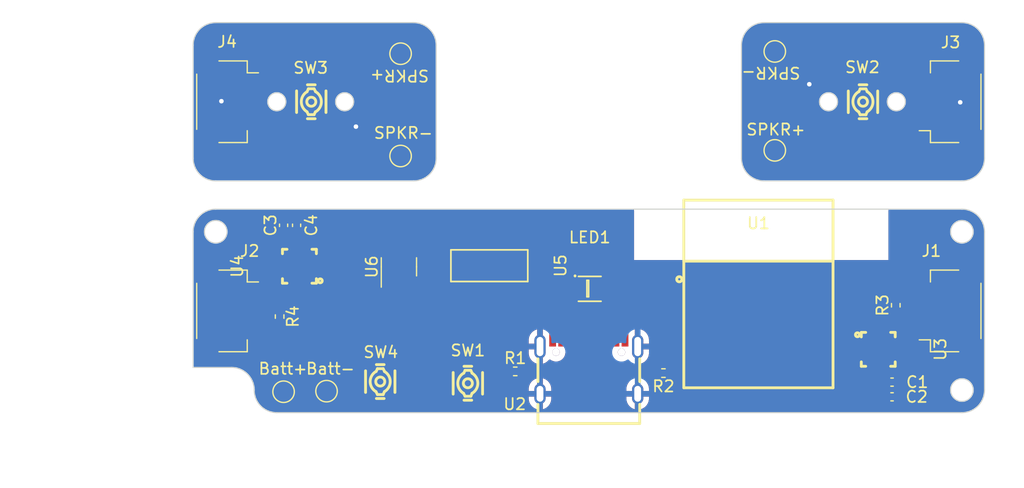
<source format=kicad_pcb>
(kicad_pcb (version 20221018) (generator pcbnew)
  (layers (0 "F.Cu" signal) (31 "B.Cu" signal) (34 "B.Paste" user) (35 "F.Paste" user) (36 "B.SilkS" user "B.Silkscreen") (37 "F.SilkS" user "F.Silkscreen") (38 "B.Mask" user) (39 "F.Mask" user) (44 "Edge.Cuts" user))
  (net 0 "")
  (net 56 "GND")
  (net 57 "VBUS")
  (net 58 "Net-(U2-CC2)")
  (net 59 "/USB_DP")
  (net 60 "/USB_DN")
  (net 61 "Net-(U2-CC1)")
  (net 62 "/SPEAKER_R-")
  (net 63 "/SPEAKER_R+")
  (net 64 "/BTN_1")
  (net 65 "+3.3V")
  (net 66 "/SPEAKER_L-")
  (net 67 "/SPEAKER_L+")
  (net 68 "/BTN_2")
  (net 73 "Net-(J3-Pin_1)")
  (net 74 "Net-(J3-Pin_2)")
  (net 75 "Net-(J3-Pin_4)")
  (net 76 "Net-(J3-Pin_5)")
  (net 77 "Net-(J4-Pin_1)")
  (net 78 "Net-(J4-Pin_2)")
  (net 79 "Net-(J4-Pin_4)")
  (net 80 "Net-(J4-Pin_5)")
  (footprint "TestPoint:TestPoint_Pad_D1.5mm" (layer "F.Cu") (at 139.45 34.8)
    (fp_text reference "TP1" hide)
    (fp_text value "TestPoint")
    (fp_circle (center 0 0) (end 0 0.95) (stroke (width 0.12)) (fill none) (layer "F.SilkS"))
    (pad "1" smd circle (at 0 0) (size 1.5 1.5) (layers "F.Cu" "F.Mask") (net 73 "Net-(J3-Pin_1)"))
  )
  (footprint "TestPoint:TestPoint_Pad_D1.5mm" (layer "F.Cu") (at 106.35 35.3)
    (fp_text reference "TP3" hide)
    (fp_text value "TestPoint")
    (fp_circle (center 0 0) (end 0 0.95) (stroke (width 0.12)) (fill none) (layer "F.SilkS"))
    (pad "1" smd circle (at 0 0) (size 1.5 1.5) (layers "F.Cu" "F.Mask") (net 78 "Net-(J4-Pin_2)"))
  )
  (footprint "Capacitor_SMD:C_0402_1005Metric" (layer "F.Cu") (at 97.15 41.43 90)
    (fp_text reference "C4" (at 0 1.3 90) (layer "F.SilkS"))
    (fp_text value "C")
    (fp_line (start -0.107836 -0.36) (end 0.107836 -0.36) (stroke (width 0.12)) (layer "F.SilkS"))
    (fp_line (start -0.107836 0.36) (end 0.107836 0.36) (stroke (width 0.12)) (layer "F.SilkS"))
    (pad "1" smd roundrect (at -0.48 0 90) (size 0.56 0.62) (layers "F.Cu" "F.Paste" "F.Mask") (net 65 "+3.3V"))
    (pad "2" smd roundrect (at 0.48 0 90) (size 0.56 0.62) (layers "F.Cu" "F.Paste" "F.Mask") (net 56 "GND"))
  )
  (footprint "TestPoint:TestPoint_Pad_D1.5mm" (layer "F.Cu") (at 106.35 26.25)
    (fp_text reference "TP4" hide)
    (fp_text value "TestPoint")
    (fp_circle (center 0 0) (end 0 0.95) (stroke (width 0.12)) (fill none) (layer "F.SilkS"))
    (pad "1" smd circle (at 0 0) (size 1.5 1.5) (layers "F.Cu" "F.Mask") (net 77 "Net-(J4-Pin_1)"))
  )
  (footprint "easyeda2kicad:TQFN-16_L3.0-W3.0-P0.50-BL-EP1.5" (layer "F.Cu") (at 148.6 52.4 -90)
    (fp_text reference "U3" (at 0 -5.5 90) (layer "F.SilkS"))
    (fp_text value "MAX98357AETE+T")
    (fp_line (start -1.5 -1.5) (end -1.5 -1.1) (stroke (width 0.25)) (layer "F.SilkS"))
    (fp_line (start -1.5 -1.5) (end -1.1 -1.5) (stroke (width 0.25)) (layer "F.SilkS"))
    (fp_line (start -1.5 1.11) (end -1.5 1.5) (stroke (width 0.25)) (layer "F.SilkS"))
    (fp_line (start -1.5 1.5) (end -1.1 1.5) (stroke (width 0.25)) (layer "F.SilkS"))
    (fp_line (start 1.11 -1.5) (end 1.5 -1.5) (stroke (width 0.25)) (layer "F.SilkS"))
    (fp_line (start 1.11 1.5) (end 1.5 1.5) (stroke (width 0.25)) (layer "F.SilkS"))
    (fp_line (start 1.5 -1.1) (end 1.5 -1.5) (stroke (width 0.25)) (layer "F.SilkS"))
    (fp_line (start 1.5 1.5) (end 1.5 1.11) (stroke (width 0.25)) (layer "F.SilkS"))
    (fp_circle (center -1.29 1.84) (end -1.24 1.84) (stroke (width 0.25)) (fill none) (layer "F.SilkS"))
    (pad "1" smd rect (at -0.75 1.5 90) (size 0.25 0.6) (layers "F.Cu" "F.Paste" "F.Mask"))
    (pad "2" smd rect (at -0.25 1.5 90) (size 0.25 0.6) (layers "F.Cu" "F.Paste" "F.Mask"))
    (pad "3" smd rect (at 0.25 1.5 90) (size 0.25 0.6) (layers "F.Cu" "F.Paste" "F.Mask") (net 56 "GND"))
    (pad "4" smd rect (at 0.75 1.5 90) (size 0.25 0.6) (layers "F.Cu" "F.Paste" "F.Mask"))
    (pad "5" smd rect (at 1.5 0.75 180) (size 0.25 0.6) (layers "F.Cu" "F.Paste" "F.Mask"))
    (pad "6" smd rect (at 1.5 0.25 180) (size 0.25 0.6) (layers "F.Cu" "F.Paste" "F.Mask"))
    (pad "7" smd rect (at 1.5 -0.25 180) (size 0.25 0.6) (layers "F.Cu" "F.Paste" "F.Mask") (net 65 "+3.3V"))
    (pad "8" smd rect (at 1.5 -0.75 180) (size 0.25 0.6) (layers "F.Cu" "F.Paste" "F.Mask") (net 65 "+3.3V"))
    (pad "9" smd rect (at 0.75 -1.5 270) (size 0.25 0.6) (layers "F.Cu" "F.Paste" "F.Mask") (net 63 "/SPEAKER_R+"))
    (pad "10" smd rect (at 0.25 -1.5 270) (size 0.25 0.6) (layers "F.Cu" "F.Paste" "F.Mask") (net 62 "/SPEAKER_R-"))
    (pad "11" smd rect (at -0.25 -1.5 270) (size 0.25 0.6) (layers "F.Cu" "F.Paste" "F.Mask"))
    (pad "12" smd rect (at -0.75 -1.5 270) (size 0.25 0.6) (layers "F.Cu" "F.Paste" "F.Mask"))
    (pad "13" smd rect (at -1.5 -0.75) (size 0.25 0.6) (layers "F.Cu" "F.Paste" "F.Mask"))
    (pad "14" smd rect (at -1.5 -0.25) (size 0.25 0.6) (layers "F.Cu" "F.Paste" "F.Mask"))
    (pad "15" smd rect (at -1.5 0.25) (size 0.25 0.6) (layers "F.Cu" "F.Paste" "F.Mask") (net 56 "GND"))
    (pad "16" smd rect (at -1.5 0.75) (size 0.25 0.6) (layers "F.Cu" "F.Paste" "F.Mask"))
    (pad "17" smd rect (at 0 0) (size 1.5 1.5) (layers "F.Cu" "F.Paste" "F.Mask") (net 56 "GND"))
  )
  (footprint "Capacitor_SMD:C_0402_1005Metric" (layer "F.Cu") (at 96 41.43 90)
    (fp_text reference "C3" (at 0 -1.16 90) (layer "F.SilkS"))
    (fp_text value "C")
    (fp_line (start -0.107836 -0.36) (end 0.107836 -0.36) (stroke (width 0.12)) (layer "F.SilkS"))
    (fp_line (start -0.107836 0.36) (end 0.107836 0.36) (stroke (width 0.12)) (layer "F.SilkS"))
    (pad "1" smd roundrect (at -0.48 0 90) (size 0.56 0.62) (layers "F.Cu" "F.Paste" "F.Mask") (net 65 "+3.3V"))
    (pad "2" smd roundrect (at 0.48 0 90) (size 0.56 0.62) (layers "F.Cu" "F.Paste" "F.Mask") (net 56 "GND"))
  )
  (footprint "easyeda2kicad:SW-SMD_4P-L3.0-W2.6-P1.80-LS3.4-TL" (layer "F.Cu") (at 147.25 30.5 90)
    (fp_text reference "SW2" (at 3.05 -0.05 180) (layer "F.SilkS"))
    (fp_text value "GT-TC025D-H0065-L1")
    (fp_line (start -1.5 -0.34) (end -1.5 0.34) (stroke (width 0.25)) (layer "F.SilkS"))
    (fp_line (start -1.15 -0.25) (end -1.15 0.26) (stroke (width 0.25)) (layer "F.SilkS"))
    (fp_line (start -1.15 0.26) (end -0.89 0.37) (stroke (width 0.25)) (layer "F.SilkS"))
    (fp_line (start -0.89 -0.38) (end -1.15 -0.25) (stroke (width 0.25)) (layer "F.SilkS"))
    (fp_line (start 0.89 0.38) (end 1.14 0.26) (stroke (width 0.25)) (layer "F.SilkS"))
    (fp_line (start 0.95 -1.3) (end -0.96 -1.3) (stroke (width 0.25)) (layer "F.SilkS"))
    (fp_line (start 0.95 1.3) (end -0.96 1.3) (stroke (width 0.25)) (layer "F.SilkS"))
    (fp_line (start 1.14 -0.25) (end 0.89 -0.36) (stroke (width 0.25)) (layer "F.SilkS"))
    (fp_line (start 1.14 0.26) (end 1.14 -0.25) (stroke (width 0.25)) (layer "F.SilkS"))
    (fp_line (start 1.5 0.34) (end 1.5 -0.34) (stroke (width 0.25)) (layer "F.SilkS"))
    (fp_arc (start -0.891384 -0.377623) (mid -0.001375 -0.890775) (end 0.89 -0.38) (stroke (width 0.25)) (layer "F.SilkS"))
    (fp_arc (start 0.891384 0.367623) (mid 0.001375 0.880775) (end -0.89 0.37) (stroke (width 0.25)) (layer "F.SilkS"))
    (fp_circle (center 0 0) (end 0.4 0) (stroke (width 0.25)) (fill none) (layer "F.SilkS"))
    (pad "1" smd rect (at -1.5 -0.9 90) (size 0.8 0.65) (layers "F.Cu" "F.Paste" "F.Mask") (net 75 "Net-(J3-Pin_4)"))
    (pad "2" smd rect (at 1.5 -0.9 90) (size 0.8 0.65) (layers "F.Cu" "F.Paste" "F.Mask") (net 76 "Net-(J3-Pin_5)"))
    (pad "3" smd rect (at 1.5 0.9 90) (size 0.8 0.65) (layers "F.Cu" "F.Paste" "F.Mask") (net 76 "Net-(J3-Pin_5)"))
    (pad "4" smd rect (at -1.5 0.9 90) (size 0.8 0.65) (layers "F.Cu" "F.Paste" "F.Mask") (net 75 "Net-(J3-Pin_4)"))
  )
  (footprint "easyeda2kicad:LED-SMD_4P-L2.0-W2.0-TL_WS2812B-2020" (layer "F.Cu") (at 123.08 47.05)
    (fp_text reference "LED1" (at 0 -4.55) (layer "F.SilkS"))
    (fp_text value "WS2812B-2020")
    (fp_line (start -1.3 -1.15) (end -1.3 -1.14) (stroke (width 0.25)) (layer "F.SilkS"))
    (fp_line (start -1 1.1) (end 1 1.1) (stroke (width 0.15)) (layer "F.SilkS"))
    (fp_line (start -0.25 -0.75) (end -0.25 0.7) (stroke (width 0.15)) (layer "F.SilkS"))
    (fp_line (start -0.25 -0.75) (end -0.1 -0.75) (stroke (width 0.15)) (layer "F.SilkS"))
    (fp_line (start -0.1 -0.75) (end -0.1 0.65) (stroke (width 0.15)) (layer "F.SilkS"))
    (fp_line (start -0.1 0.65) (end -0.1 0.7) (stroke (width 0.15)) (layer "F.SilkS"))
    (fp_line (start -0.1 0.7) (end -0.25 0.7) (stroke (width 0.15)) (layer "F.SilkS"))
    (fp_line (start 1 -1.1) (end -1 -1.1) (stroke (width 0.15)) (layer "F.SilkS"))
    (pad "1" smd rect (at -0.92 -0.55) (size 0.9 0.7) (layers "F.Cu" "F.Paste" "F.Mask"))
    (pad "2" smd rect (at -0.92 0.55) (size 0.9 0.7) (layers "F.Cu" "F.Paste" "F.Mask"))
    (pad "3" smd rect (at 0.92 0.55) (size 0.9 0.7) (layers "F.Cu" "F.Paste" "F.Mask"))
    (pad "4" smd rect (at 0.92 -0.55) (size 0.9 0.7) (layers "F.Cu" "F.Paste" "F.Mask"))
  )
  (footprint "easyeda2kicad:SW-SMD_4P-L3.0-W2.6-P1.80-LS3.4-TL" (layer "F.Cu") (at 98.45 30.5 -90)
    (fp_text reference "SW3" (at -3 0.05 -180) (layer "F.SilkS"))
    (fp_text value "GT-TC025D-H0065-L1")
    (fp_line (start -1.5 -0.34) (end -1.5 0.34) (stroke (width 0.25)) (layer "F.SilkS"))
    (fp_line (start -1.15 -0.25) (end -1.15 0.26) (stroke (width 0.25)) (layer "F.SilkS"))
    (fp_line (start -1.15 0.26) (end -0.89 0.37) (stroke (width 0.25)) (layer "F.SilkS"))
    (fp_line (start -0.89 -0.38) (end -1.15 -0.25) (stroke (width 0.25)) (layer "F.SilkS"))
    (fp_line (start 0.89 0.38) (end 1.14 0.26) (stroke (width 0.25)) (layer "F.SilkS"))
    (fp_line (start 0.95 -1.3) (end -0.96 -1.3) (stroke (width 0.25)) (layer "F.SilkS"))
    (fp_line (start 0.95 1.3) (end -0.96 1.3) (stroke (width 0.25)) (layer "F.SilkS"))
    (fp_line (start 1.14 -0.25) (end 0.89 -0.36) (stroke (width 0.25)) (layer "F.SilkS"))
    (fp_line (start 1.14 0.26) (end 1.14 -0.25) (stroke (width 0.25)) (layer "F.SilkS"))
    (fp_line (start 1.5 0.34) (end 1.5 -0.34) (stroke (width 0.25)) (layer "F.SilkS"))
    (fp_arc (start -0.891384 -0.377623) (mid -0.001375 -0.890775) (end 0.89 -0.38) (stroke (width 0.25)) (layer "F.SilkS"))
    (fp_arc (start 0.891384 0.367623) (mid 0.001375 0.880775) (end -0.89 0.37) (stroke (width 0.25)) (layer "F.SilkS"))
    (fp_circle (center 0 0) (end 0.4 0) (stroke (width 0.25)) (fill none) (layer "F.SilkS"))
    (pad "1" smd rect (at -1.5 -0.9 270) (size 0.8 0.65) (layers "F.Cu" "F.Paste" "F.Mask") (net 79 "Net-(J4-Pin_4)"))
    (pad "2" smd rect (at 1.5 -0.9 270) (size 0.8 0.65) (layers "F.Cu" "F.Paste" "F.Mask") (net 80 "Net-(J4-Pin_5)"))
    (pad "3" smd rect (at 1.5 0.9 270) (size 0.8 0.65) (layers "F.Cu" "F.Paste" "F.Mask") (net 80 "Net-(J4-Pin_5)"))
    (pad "4" smd rect (at -1.5 0.9 270) (size 0.8 0.65) (layers "F.Cu" "F.Paste" "F.Mask") (net 79 "Net-(J4-Pin_4)"))
  )
  (footprint "TestPoint:TestPoint_Pad_D1.5mm" (layer "F.Cu") (at 139.45 26.05)
    (fp_text reference "TP2" hide)
    (fp_text value "TestPoint")
    (fp_circle (center 0 0) (end 0 0.95) (stroke (width 0.12)) (fill none) (layer "F.SilkS"))
    (pad "1" smd circle (at 0 0) (size 1.5 1.5) (layers "F.Cu" "F.Mask") (net 74 "Net-(J3-Pin_2)"))
  )
  (footprint "Resistor_SMD:R_0402_1005Metric" (layer "F.Cu") (at 116.49 54.35)
    (fp_text reference "R1" (at 0 -1.17) (layer "F.SilkS"))
    (fp_text value "5.1K")
    (fp_line (start -0.153641 -0.38) (end 0.153641 -0.38) (stroke (width 0.12)) (layer "F.SilkS"))
    (fp_line (start -0.153641 0.38) (end 0.153641 0.38) (stroke (width 0.12)) (layer "F.SilkS"))
    (pad "1" smd roundrect (at -0.51 0) (size 0.54 0.64) (layers "F.Cu" "F.Paste" "F.Mask") (net 56 "GND"))
    (pad "2" smd roundrect (at 0.51 0) (size 0.54 0.64) (layers "F.Cu" "F.Paste" "F.Mask") (net 61 "Net-(U2-CC1)"))
  )
  (footprint "Connector_JST:JST_SH_SM05B-SRSS-TB_1x05-1MP_P1.00mm_Horizontal" (layer "F.Cu") (at 91 49 -90)
    (fp_text reference "J2" (at -5.3 -2 -180) (layer "F.SilkS"))
    (fp_text value "Conn_01x05_Pin")
    (fp_line (start -3.61 -1.785) (end -2.56 -1.785) (stroke (width 0.12)) (layer "F.SilkS"))
    (fp_line (start -3.61 0.715) (end -3.61 -1.785) (stroke (width 0.12)) (layer "F.SilkS"))
    (fp_line (start -2.56 -1.785) (end -2.56 -2.775) (stroke (width 0.12)) (layer "F.SilkS"))
    (fp_line (start -2.44 2.685) (end 2.44 2.685) (stroke (width 0.12)) (layer "F.SilkS"))
    (fp_line (start 3.61 -1.785) (end 2.56 -1.785) (stroke (width 0.12)) (layer "F.SilkS"))
    (fp_line (start 3.61 0.715) (end 3.61 -1.785) (stroke (width 0.12)) (layer "F.SilkS"))
    (pad "1" smd roundrect (at -2 -2 270) (size 0.6 1.55) (layers "F.Cu" "F.Paste" "F.Mask") (net 67 "/SPEAKER_L+"))
    (pad "2" smd roundrect (at -1 -2 270) (size 0.6 1.55) (layers "F.Cu" "F.Paste" "F.Mask") (net 66 "/SPEAKER_L-"))
    (pad "3" smd roundrect (at 0 -2 270) (size 0.6 1.55) (layers "F.Cu" "F.Paste" "F.Mask") (net 56 "GND"))
    (pad "4" smd roundrect (at 1 -2 270) (size 0.6 1.55) (layers "F.Cu" "F.Paste" "F.Mask") (net 68 "/BTN_2"))
    (pad "5" smd roundrect (at 2 -2 270) (size 0.6 1.55) (layers "F.Cu" "F.Paste" "F.Mask") (net 65 "+3.3V"))
    (pad "MP" smd roundrect (at -3.3 1.875 270) (size 1.2 1.8) (layers "F.Cu" "F.Paste" "F.Mask") (roundrect_rratio 0.208333))
    (pad "MP" smd roundrect (at 3.3 1.875 270) (size 1.2 1.8) (layers "F.Cu" "F.Paste" "F.Mask") (roundrect_rratio 0.208333))
  )
  (footprint "Resistor_SMD:R_0402_1005Metric" (layer "F.Cu") (at 150.15 48.5 90)
    (fp_text reference "R3" (at 0 -1.17 90) (layer "F.SilkS"))
    (fp_text value "10K")
    (fp_line (start -0.153641 -0.38) (end 0.153641 -0.38) (stroke (width 0.12)) (layer "F.SilkS"))
    (fp_line (start -0.153641 0.38) (end 0.153641 0.38) (stroke (width 0.12)) (layer "F.SilkS"))
    (pad "1" smd roundrect (at -0.51 0 90) (size 0.54 0.64) (layers "F.Cu" "F.Paste" "F.Mask") (net 56 "GND"))
    (pad "2" smd roundrect (at 0.51 0 90) (size 0.54 0.64) (layers "F.Cu" "F.Paste" "F.Mask") (net 64 "/BTN_1"))
  )
  (footprint "easyeda2kicad:SW-SMD_4P-L3.0-W2.6-P1.80-LS3.4-TL" (layer "F.Cu") (at 104.55 55.25 90)
    (fp_text reference "SW4" (at 2.6 0.05 180) (layer "F.SilkS"))
    (fp_text value "GT-TC025D-H0065-L1")
    (fp_line (start -1.5 -0.34) (end -1.5 0.34) (stroke (width 0.25)) (layer "F.SilkS"))
    (fp_line (start -1.15 -0.25) (end -1.15 0.26) (stroke (width 0.25)) (layer "F.SilkS"))
    (fp_line (start -1.15 0.26) (end -0.89 0.37) (stroke (width 0.25)) (layer "F.SilkS"))
    (fp_line (start -0.89 -0.38) (end -1.15 -0.25) (stroke (width 0.25)) (layer "F.SilkS"))
    (fp_line (start 0.89 0.38) (end 1.14 0.26) (stroke (width 0.25)) (layer "F.SilkS"))
    (fp_line (start 0.95 -1.3) (end -0.96 -1.3) (stroke (width 0.25)) (layer "F.SilkS"))
    (fp_line (start 0.95 1.3) (end -0.96 1.3) (stroke (width 0.25)) (layer "F.SilkS"))
    (fp_line (start 1.14 -0.25) (end 0.89 -0.36) (stroke (width 0.25)) (layer "F.SilkS"))
    (fp_line (start 1.14 0.26) (end 1.14 -0.25) (stroke (width 0.25)) (layer "F.SilkS"))
    (fp_line (start 1.5 0.34) (end 1.5 -0.34) (stroke (width 0.25)) (layer "F.SilkS"))
    (fp_arc (start -0.891384 -0.377623) (mid -0.001375 -0.890775) (end 0.89 -0.38) (stroke (width 0.25)) (layer "F.SilkS"))
    (fp_arc (start 0.891384 0.367623) (mid 0.001375 0.880775) (end -0.89 0.37) (stroke (width 0.25)) (layer "F.SilkS"))
    (fp_circle (center 0 0) (end 0.4 0) (stroke (width 0.25)) (fill none) (layer "F.SilkS"))
    (pad "1" smd rect (at -1.5 -0.9 90) (size 0.8 0.65) (layers "F.Cu" "F.Paste" "F.Mask"))
    (pad "2" smd rect (at 1.5 -0.9 90) (size 0.8 0.65) (layers "F.Cu" "F.Paste" "F.Mask"))
    (pad "3" smd rect (at 1.5 0.9 90) (size 0.8 0.65) (layers "F.Cu" "F.Paste" "F.Mask"))
    (pad "4" smd rect (at -1.5 0.9 90) (size 0.8 0.65) (layers "F.Cu" "F.Paste" "F.Mask"))
  )
  (footprint "Resistor_SMD:R_0402_1005Metric" (layer "F.Cu") (at 95.65 49.5 -90)
    (fp_text reference "R4" (at 0 -1.17 90) (layer "F.SilkS"))
    (fp_text value "10K")
    (fp_line (start -0.153641 -0.38) (end 0.153641 -0.38) (stroke (width 0.12)) (layer "F.SilkS"))
    (fp_line (start -0.153641 0.38) (end 0.153641 0.38) (stroke (width 0.12)) (layer "F.SilkS"))
    (pad "1" smd roundrect (at -0.51 0 270) (size 0.54 0.64) (layers "F.Cu" "F.Paste" "F.Mask") (net 56 "GND"))
    (pad "2" smd roundrect (at 0.51 0 270) (size 0.54 0.64) (layers "F.Cu" "F.Paste" "F.Mask") (net 68 "/BTN_2"))
  )
  (footprint "easyeda2kicad:USB-C-SMD_G-SWITCH_GT-USB-7010ASV" (layer "F.Cu") (at 123 53.9325)
    (fp_text reference "U2" (at -6.55 3.3175) (layer "F.SilkS"))
    (fp_text value "GT-USB-7010ASV")
    (fp_line (start -4.5 1.32) (end -4.5 -0.69) (stroke (width 0.25)) (layer "F.SilkS"))
    (fp_line (start -4.5 5.03) (end -4.5 3.34) (stroke (width 0.25)) (layer "F.SilkS"))
    (fp_line (start 4.5 1.32) (end 4.5 -0.69) (stroke (width 0.25)) (layer "F.SilkS"))
    (fp_line (start 4.5 5.03) (end -4.5 5.03) (stroke (width 0.25)) (layer "F.SilkS"))
    (fp_line (start 4.5 5.03) (end 4.5 3.34) (stroke (width 0.25)) (layer "F.SilkS"))
    (pad "" thru_hole circle (at -2.9 -1.28) (size 0.65 0.65) (drill 0.65) (layers "*.Cu" "*.Mask"))
    (pad "" thru_hole circle (at 2.89 -1.28) (size 0.65 0.65) (drill 0.65) (layers "*.Cu" "*.Mask"))
    (pad "1" thru_hole oval (at -4.32 -1.78) (size 1 2.1) (drill oval 0.599999 1.699997) (layers "*.Cu" "*.Mask") (net 56 "GND"))
    (pad "2" thru_hole oval (at 4.32 -1.78) (size 1 2.1) (drill oval 0.599999 1.699997) (layers "*.Cu" "*.Mask") (net 56 "GND"))
    (pad "3" thru_hole oval (at 4.32 2.4) (size 1 1.8) (drill oval 0.599999 1.399997) (layers "*.Cu" "*.Mask") (net 56 "GND"))
    (pad "4" thru_hole oval (at -4.32 2.4) (size 1 1.8) (drill oval 0.599999 1.399997) (layers "*.Cu" "*.Mask") (net 56 "GND"))
    (pad "A1B12" smd rect (at -3.2 -2.4) (size 0.6 1.24) (layers "F.Cu" "F.Paste" "F.Mask") (net 56 "GND"))
    (pad "A4B9" smd rect (at -2.4 -2.4) (size 0.6 1.24) (layers "F.Cu" "F.Paste" "F.Mask") (net 57 "VBUS"))
    (pad "A5" smd rect (at -1.25 -2.4) (size 0.3 1.24) (layers "F.Cu" "F.Paste" "F.Mask") (net 61 "Net-(U2-CC1)"))
    (pad "A6" smd rect (at -0.25 -2.4) (size 0.3 1.24) (layers "F.Cu" "F.Paste" "F.Mask") (net 59 "/USB_DP"))
    (pad "A7" smd rect (at 0.25 -2.4) (size 0.3 1.24) (layers "F.Cu" "F.Paste" "F.Mask") (net 60 "/USB_DN"))
    (pad "A8" smd rect (at 1.25 -2.4) (size 0.3 1.24) (layers "F.Cu" "F.Paste" "F.Mask"))
    (pad "B1A12" smd rect (at 3.2 -2.4) (size 0.6 1.24) (layers "F.Cu" "F.Paste" "F.Mask") (net 56 "GND"))
    (pad "B4A9" smd rect (at 2.4 -2.4) (size 0.6 1.24) (layers "F.Cu" "F.Paste" "F.Mask") (net 57 "VBUS"))
    (pad "B5" smd rect (at 1.75 -2.4) (size 0.3 1.24) (layers "F.Cu" "F.Paste" "F.Mask") (net 58 "Net-(U2-CC2)"))
    (pad "B6" smd rect (at 0.75 -2.4) (size 0.3 1.24) (layers "F.Cu" "F.Paste" "F.Mask") (net 59 "/USB_DP"))
    (pad "B7" smd rect (at -0.75 -2.4) (size 0.3 1.24) (layers "F.Cu" "F.Paste" "F.Mask") (net 60 "/USB_DN"))
    (pad "B8" smd rect (at -1.75 -2.4) (size 0.3 1.24) (layers "F.Cu" "F.Paste" "F.Mask"))
  )
  (footprint "Connector_JST:JST_SH_SM05B-SRSS-TB_1x05-1MP_P1.00mm_Horizontal" (layer "F.Cu") (at 155 49 90)
    (fp_text reference "J1" (at 5.3 -1.7 180) (layer "F.SilkS"))
    (fp_text value "Conn_01x05_Pin")
    (fp_line (start -3.61 -1.785) (end -2.56 -1.785) (stroke (width 0.12)) (layer "F.SilkS"))
    (fp_line (start -3.61 0.715) (end -3.61 -1.785) (stroke (width 0.12)) (layer "F.SilkS"))
    (fp_line (start -2.56 -1.785) (end -2.56 -2.775) (stroke (width 0.12)) (layer "F.SilkS"))
    (fp_line (start -2.44 2.685) (end 2.44 2.685) (stroke (width 0.12)) (layer "F.SilkS"))
    (fp_line (start 3.61 -1.785) (end 2.56 -1.785) (stroke (width 0.12)) (layer "F.SilkS"))
    (fp_line (start 3.61 0.715) (end 3.61 -1.785) (stroke (width 0.12)) (layer "F.SilkS"))
    (pad "1" smd roundrect (at -2 -2 90) (size 0.6 1.55) (layers "F.Cu" "F.Paste" "F.Mask") (net 63 "/SPEAKER_R+"))
    (pad "2" smd roundrect (at -1 -2 90) (size 0.6 1.55) (layers "F.Cu" "F.Paste" "F.Mask") (net 62 "/SPEAKER_R-"))
    (pad "3" smd roundrect (at 0 -2 90) (size 0.6 1.55) (layers "F.Cu" "F.Paste" "F.Mask") (net 56 "GND"))
    (pad "4" smd roundrect (at 1 -2 90) (size 0.6 1.55) (layers "F.Cu" "F.Paste" "F.Mask") (net 64 "/BTN_1"))
    (pad "5" smd roundrect (at 2 -2 90) (size 0.6 1.55) (layers "F.Cu" "F.Paste" "F.Mask") (net 65 "+3.3V"))
    (pad "MP" smd roundrect (at -3.3 1.875 90) (size 1.2 1.8) (layers "F.Cu" "F.Paste" "F.Mask") (roundrect_rratio 0.208333))
    (pad "MP" smd roundrect (at 3.3 1.875 90) (size 1.2 1.8) (layers "F.Cu" "F.Paste" "F.Mask") (roundrect_rratio 0.208333))
  )
  (footprint "TestPoint:TestPoint_Pad_D1.5mm" (layer "F.Cu") (at 99.8 56.1)
    (fp_text reference "TP5" hide)
    (fp_text value "TestPoint")
    (fp_circle (center 0 0) (end 0 0.95) (stroke (width 0.12)) (fill none) (layer "F.SilkS"))
    (pad "1" smd circle (at 0 0) (size 1.5 1.5) (layers "F.Cu" "F.Mask"))
  )
  (footprint "easyeda2kicad:SOT-223_L6.5-W3.5-P2.30-LS7.0-BR" (layer "F.Cu") (at 114.2 45 -90)
    (fp_text reference "U5" (at 0 -6.3 90) (layer "F.SilkS"))
    (fp_text value "LD1117AG-30-AA3-A-R")
    (fp_line (start -1.4 -3.4) (end 1.4 -3.4) (stroke (width 0.15)) (layer "F.SilkS"))
    (fp_line (start -1.4 3.4) (end -1.4 -3.4) (stroke (width 0.15)) (layer "F.SilkS"))
    (fp_line (start 1.4 -3.4) (end 1.4 3.4) (stroke (width 0.15)) (layer "F.SilkS"))
    (fp_line (start 1.4 3.4) (end -1.4 3.4) (stroke (width 0.15)) (layer "F.SilkS"))
    (pad "1" smd rect (at 2.86 2.3 270) (size 2.46 1.05) (layers "F.Cu" "F.Paste" "F.Mask"))
    (pad "2" smd rect (at 2.86 0 270) (size 2.46 1.05) (layers "F.Cu" "F.Paste" "F.Mask"))
    (pad "3" smd rect (at 2.86 -2.3 270) (size 2.46 1.05) (layers "F.Cu" "F.Paste" "F.Mask"))
    (pad "4" smd rect (at -2.86 0 270) (size 2.46 3.54) (layers "F.Cu" "F.Paste" "F.Mask"))
  )
  (footprint "Resistor_SMD:R_0402_1005Metric" (layer "F.Cu") (at 129.6 54.5 180)
    (fp_text reference "R2" (at 0 -1.17) (layer "F.SilkS"))
    (fp_text value "5.1K")
    (fp_line (start -0.153641 -0.38) (end 0.153641 -0.38) (stroke (width 0.12)) (layer "F.SilkS"))
    (fp_line (start -0.153641 0.38) (end 0.153641 0.38) (stroke (width 0.12)) (layer "F.SilkS"))
    (pad "1" smd roundrect (at -0.51 0 180) (size 0.54 0.64) (layers "F.Cu" "F.Paste" "F.Mask") (net 56 "GND"))
    (pad "2" smd roundrect (at 0.51 0 180) (size 0.54 0.64) (layers "F.Cu" "F.Paste" "F.Mask") (net 58 "Net-(U2-CC2)"))
  )
  (footprint "easyeda2kicad:SW-SMD_4P-L3.0-W2.6-P1.80-LS3.4-TL" (layer "F.Cu") (at 112.3 55.4 90)
    (fp_text reference "SW1" (at 2.9 0 180) (layer "F.SilkS"))
    (fp_text value "GT-TC025D-H0065-L1")
    (fp_line (start -1.5 -0.34) (end -1.5 0.34) (stroke (width 0.25)) (layer "F.SilkS"))
    (fp_line (start -1.15 -0.25) (end -1.15 0.26) (stroke (width 0.25)) (layer "F.SilkS"))
    (fp_line (start -1.15 0.26) (end -0.89 0.37) (stroke (width 0.25)) (layer "F.SilkS"))
    (fp_line (start -0.89 -0.38) (end -1.15 -0.25) (stroke (width 0.25)) (layer "F.SilkS"))
    (fp_line (start 0.89 0.38) (end 1.14 0.26) (stroke (width 0.25)) (layer "F.SilkS"))
    (fp_line (start 0.95 -1.3) (end -0.96 -1.3) (stroke (width 0.25)) (layer "F.SilkS"))
    (fp_line (start 0.95 1.3) (end -0.96 1.3) (stroke (width 0.25)) (layer "F.SilkS"))
    (fp_line (start 1.14 -0.25) (end 0.89 -0.36) (stroke (width 0.25)) (layer "F.SilkS"))
    (fp_line (start 1.14 0.26) (end 1.14 -0.25) (stroke (width 0.25)) (layer "F.SilkS"))
    (fp_line (start 1.5 0.34) (end 1.5 -0.34) (stroke (width 0.25)) (layer "F.SilkS"))
    (fp_arc (start -0.891384 -0.377623) (mid -0.001375 -0.890775) (end 0.89 -0.38) (stroke (width 0.25)) (layer "F.SilkS"))
    (fp_arc (start 0.891384 0.367623) (mid 0.001375 0.880775) (end -0.89 0.37) (stroke (width 0.25)) (layer "F.SilkS"))
    (fp_circle (center 0 0) (end 0.4 0) (stroke (width 0.25)) (fill none) (layer "F.SilkS"))
    (pad "1" smd rect (at -1.5 -0.9 90) (size 0.8 0.65) (layers "F.Cu" "F.Paste" "F.Mask"))
    (pad "2" smd rect (at 1.5 -0.9 90) (size 0.8 0.65) (layers "F.Cu" "F.Paste" "F.Mask"))
    (pad "3" smd rect (at 1.5 0.9 90) (size 0.8 0.65) (layers "F.Cu" "F.Paste" "F.Mask"))
    (pad "4" smd rect (at -1.5 0.9 90) (size 0.8 0.65) (layers "F.Cu" "F.Paste" "F.Mask"))
  )
  (footprint "Capacitor_SMD:C_0402_1005Metric" (layer "F.Cu") (at 149.82 55.3)
    (fp_text reference "C1" (at 2.23 0) (layer "F.SilkS"))
    (fp_text value "C")
    (fp_line (start -0.107836 -0.36) (end 0.107836 -0.36) (stroke (width 0.12)) (layer "F.SilkS"))
    (fp_line (start -0.107836 0.36) (end 0.107836 0.36) (stroke (width 0.12)) (layer "F.SilkS"))
    (pad "1" smd roundrect (at -0.48 0) (size 0.56 0.62) (layers "F.Cu" "F.Paste" "F.Mask") (net 65 "+3.3V"))
    (pad "2" smd roundrect (at 0.48 0) (size 0.56 0.62) (layers "F.Cu" "F.Paste" "F.Mask") (net 56 "GND"))
  )
  (footprint "Package_TO_SOT_SMD:SOT-23-5" (layer "F.Cu") (at 106.2 45.1 90)
    (fp_text reference "U6" (at 0 -2.4 90) (layer "F.SilkS"))
    (fp_text value "MCP73811T-420I-OT")
    (fp_line (start 0 -1.56) (end -1.8 -1.56) (stroke (width 0.12)) (layer "F.SilkS"))
    (fp_line (start 0 -1.56) (end 0.8 -1.56) (stroke (width 0.12)) (layer "F.SilkS"))
    (fp_line (start 0 1.56) (end -0.8 1.56) (stroke (width 0.12)) (layer "F.SilkS"))
    (fp_line (start 0 1.56) (end 0.8 1.56) (stroke (width 0.12)) (layer "F.SilkS"))
    (pad "1" smd roundrect (at -1.1375 -0.95 90) (size 1.325 0.6) (layers "F.Cu" "F.Paste" "F.Mask"))
    (pad "2" smd roundrect (at -1.1375 0 90) (size 1.325 0.6) (layers "F.Cu" "F.Paste" "F.Mask"))
    (pad "3" smd roundrect (at -1.1375 0.95 90) (size 1.325 0.6) (layers "F.Cu" "F.Paste" "F.Mask"))
    (pad "4" smd roundrect (at 1.1375 0.95 90) (size 1.325 0.6) (layers "F.Cu" "F.Paste" "F.Mask"))
    (pad "5" smd roundrect (at 1.1375 -0.95 90) (size 1.325 0.6) (layers "F.Cu" "F.Paste" "F.Mask"))
  )
  (footprint "Connector_JST:JST_SH_SM05B-SRSS-TB_1x05-1MP_P1.00mm_Horizontal" (layer "F.Cu") (at 91 30.5 -90)
    (fp_text reference "J4" (at -5.3 0) (layer "F.SilkS"))
    (fp_text value "Conn_01x05_Pin")
    (fp_line (start -3.61 -1.785) (end -2.56 -1.785) (stroke (width 0.12)) (layer "F.SilkS"))
    (fp_line (start -3.61 0.715) (end -3.61 -1.785) (stroke (width 0.12)) (layer "F.SilkS"))
    (fp_line (start -2.56 -1.785) (end -2.56 -2.775) (stroke (width 0.12)) (layer "F.SilkS"))
    (fp_line (start -2.44 2.685) (end 2.44 2.685) (stroke (width 0.12)) (layer "F.SilkS"))
    (fp_line (start 3.61 -1.785) (end 2.56 -1.785) (stroke (width 0.12)) (layer "F.SilkS"))
    (fp_line (start 3.61 0.715) (end 3.61 -1.785) (stroke (width 0.12)) (layer "F.SilkS"))
    (pad "1" smd roundrect (at -2 -2 270) (size 0.6 1.55) (layers "F.Cu" "F.Paste" "F.Mask") (net 77 "Net-(J4-Pin_1)"))
    (pad "2" smd roundrect (at -1 -2 270) (size 0.6 1.55) (layers "F.Cu" "F.Paste" "F.Mask") (net 78 "Net-(J4-Pin_2)"))
    (pad "3" smd roundrect (at 0 -2 270) (size 0.6 1.55) (layers "F.Cu" "F.Paste" "F.Mask") (net 56 "GND"))
    (pad "4" smd roundrect (at 1 -2 270) (size 0.6 1.55) (layers "F.Cu" "F.Paste" "F.Mask") (net 79 "Net-(J4-Pin_4)"))
    (pad "5" smd roundrect (at 2 -2 270) (size 0.6 1.55) (layers "F.Cu" "F.Paste" "F.Mask") (net 80 "Net-(J4-Pin_5)"))
    (pad "MP" smd roundrect (at -3.3 1.875 270) (size 1.2 1.8) (layers "F.Cu" "F.Paste" "F.Mask") (roundrect_rratio 0.208333))
    (pad "MP" smd roundrect (at 3.3 1.875 270) (size 1.2 1.8) (layers "F.Cu" "F.Paste" "F.Mask") (roundrect_rratio 0.208333))
  )
  (footprint "Connector_JST:JST_SH_SM05B-SRSS-TB_1x05-1MP_P1.00mm_Horizontal" (layer "F.Cu") (at 155 30.5 90)
    (fp_text reference "J3" (at 5.25 0 180) (layer "F.SilkS"))
    (fp_text value "Conn_01x05_Pin")
    (fp_line (start -3.61 -1.785) (end -2.56 -1.785) (stroke (width 0.12)) (layer "F.SilkS"))
    (fp_line (start -3.61 0.715) (end -3.61 -1.785) (stroke (width 0.12)) (layer "F.SilkS"))
    (fp_line (start -2.56 -1.785) (end -2.56 -2.775) (stroke (width 0.12)) (layer "F.SilkS"))
    (fp_line (start -2.44 2.685) (end 2.44 2.685) (stroke (width 0.12)) (layer "F.SilkS"))
    (fp_line (start 3.61 -1.785) (end 2.56 -1.785) (stroke (width 0.12)) (layer "F.SilkS"))
    (fp_line (start 3.61 0.715) (end 3.61 -1.785) (stroke (width 0.12)) (layer "F.SilkS"))
    (pad "1" smd roundrect (at -2 -2 90) (size 0.6 1.55) (layers "F.Cu" "F.Paste" "F.Mask") (net 73 "Net-(J3-Pin_1)"))
    (pad "2" smd roundrect (at -1 -2 90) (size 0.6 1.55) (layers "F.Cu" "F.Paste" "F.Mask") (net 74 "Net-(J3-Pin_2)"))
    (pad "3" smd roundrect (at 0 -2 90) (size 0.6 1.55) (layers "F.Cu" "F.Paste" "F.Mask") (net 56 "GND"))
    (pad "4" smd roundrect (at 1 -2 90) (size 0.6 1.55) (layers "F.Cu" "F.Paste" "F.Mask") (net 75 "Net-(J3-Pin_4)"))
    (pad "5" smd roundrect (at 2 -2 90) (size 0.6 1.55) (layers "F.Cu" "F.Paste" "F.Mask") (net 76 "Net-(J3-Pin_5)"))
    (pad "MP" smd roundrect (at -3.3 1.875 90) (size 1.2 1.8) (layers "F.Cu" "F.Paste" "F.Mask") (roundrect_rratio 0.208333))
    (pad "MP" smd roundrect (at 3.3 1.875 90) (size 1.2 1.8) (layers "F.Cu" "F.Paste" "F.Mask") (roundrect_rratio 0.208333))
  )
  (footprint "Capacitor_SMD:C_0402_1005Metric" (layer "F.Cu") (at 149.82 56.6)
    (fp_text reference "C2" (at 2.18 0) (layer "F.SilkS"))
    (fp_text value "C")
    (fp_line (start -0.107836 -0.36) (end 0.107836 -0.36) (stroke (width 0.12)) (layer "F.SilkS"))
    (fp_line (start -0.107836 0.36) (end 0.107836 0.36) (stroke (width 0.12)) (layer "F.SilkS"))
    (pad "1" smd roundrect (at -0.48 0) (size 0.56 0.62) (layers "F.Cu" "F.Paste" "F.Mask") (net 65 "+3.3V"))
    (pad "2" smd roundrect (at 0.48 0) (size 0.56 0.62) (layers "F.Cu" "F.Paste" "F.Mask") (net 56 "GND"))
  )
  (footprint "easyeda2kicad:TQFN-16_L3.0-W3.0-P0.50-BL-EP1.5" (layer "F.Cu") (at 97.4 45.05 90)
    (fp_text reference "U4" (at 0 -5.5 90) (layer "F.SilkS"))
    (fp_text value "MAX98357AETE+T")
    (fp_line (start -1.5 -1.5) (end -1.5 -1.1) (stroke (width 0.25)) (layer "F.SilkS"))
    (fp_line (start -1.5 -1.5) (end -1.1 -1.5) (stroke (width 0.25)) (layer "F.SilkS"))
    (fp_line (start -1.5 1.11) (end -1.5 1.5) (stroke (width 0.25)) (layer "F.SilkS"))
    (fp_line (start -1.5 1.5) (end -1.1 1.5) (stroke (width 0.25)) (layer "F.SilkS"))
    (fp_line (start 1.11 -1.5) (end 1.5 -1.5) (stroke (width 0.25)) (layer "F.SilkS"))
    (fp_line (start 1.11 1.5) (end 1.5 1.5) (stroke (width 0.25)) (layer "F.SilkS"))
    (fp_line (start 1.5 -1.1) (end 1.5 -1.5) (stroke (width 0.25)) (layer "F.SilkS"))
    (fp_line (start 1.5 1.5) (end 1.5 1.11) (stroke (width 0.25)) (layer "F.SilkS"))
    (fp_circle (center -1.29 1.84) (end -1.24 1.84) (stroke (width 0.25)) (fill none) (layer "F.SilkS"))
    (pad "1" smd rect (at -0.75 1.5 270) (size 0.25 0.6) (layers "F.Cu" "F.Paste" "F.Mask"))
    (pad "2" smd rect (at -0.25 1.5 270) (size 0.25 0.6) (layers "F.Cu" "F.Paste" "F.Mask"))
    (pad "3" smd rect (at 0.25 1.5 270) (size 0.25 0.6) (layers "F.Cu" "F.Paste" "F.Mask") (net 56 "GND"))
    (pad "4" smd rect (at 0.75 1.5 270) (size 0.25 0.6) (layers "F.Cu" "F.Paste" "F.Mask"))
    (pad "5" smd rect (at 1.5 0.75) (size 0.25 0.6) (layers "F.Cu" "F.Paste" "F.Mask"))
    (pad "6" smd rect (at 1.5 0.25) (size 0.25 0.6) (layers "F.Cu" "F.Paste" "F.Mask"))
    (pad "7" smd rect (at 1.5 -0.25) (size 0.25 0.6) (layers "F.Cu" "F.Paste" "F.Mask") (net 65 "+3.3V"))
    (pad "8" smd rect (at 1.5 -0.75) (size 0.25 0.6) (layers "F.Cu" "F.Paste" "F.Mask") (net 65 "+3.3V"))
    (pad "9" smd rect (at 0.75 -1.5 90) (size 0.25 0.6) (layers "F.Cu" "F.Paste" "F.Mask") (net 67 "/SPEAKER_L+"))
    (pad "10" smd rect (at 0.25 -1.5 90) (size 0.25 0.6) (layers "F.Cu" "F.Paste" "F.Mask") (net 66 "/SPEAKER_L-"))
    (pad "11" smd rect (at -0.25 -1.5 90) (size 0.25 0.6) (layers "F.Cu" "F.Paste" "F.Mask"))
    (pad "12" smd rect (at -0.75 -1.5 90) (size 0.25 0.6) (layers "F.Cu" "F.Paste" "F.Mask"))
    (pad "13" smd rect (at -1.5 -0.75 180) (size 0.25 0.6) (layers "F.Cu" "F.Paste" "F.Mask"))
    (pad "14" smd rect (at -1.5 -0.25 180) (size 0.25 0.6) (layers "F.Cu" "F.Paste" "F.Mask"))
    (pad "15" smd rect (at -1.5 0.25 180) (size 0.25 0.6) (layers "F.Cu" "F.Paste" "F.Mask") (net 56 "GND"))
    (pad "16" smd rect (at -1.5 0.75 180) (size 0.25 0.6) (layers "F.Cu" "F.Paste" "F.Mask"))
    (pad "17" smd rect (at 0 0 180) (size 1.5 1.5) (layers "F.Cu" "F.Paste" "F.Mask") (net 56 "GND"))
  )
  (footprint "TestPoint:TestPoint_Pad_D1.5mm" (layer "F.Cu") (at 96 56.15)
    (fp_text reference "TP6" hide)
    (fp_text value "TestPoint")
    (fp_circle (center 0 0) (end 0 0.95) (stroke (width 0.12)) (fill none) (layer "F.SilkS"))
    (pad "1" smd circle (at 0 0) (size 1.5 1.5) (layers "F.Cu" "F.Mask"))
  )
  (footprint "easyeda2kicad:WIFIM-SMD_ESP32-C3-MINI-1" (layer "F.Cu") (at 138 50.2)
    (fp_text reference "U1" (at 0 -8.95) (layer "F.SilkS"))
    (fp_text value "ESP32-C3-MINI-1-H4(4MB)")
    (fp_line (start -6.6 -11) (end 6.6 -11) (stroke (width 0.25)) (layer "F.SilkS"))
    (fp_line (start -6.6 5.6) (end -6.6 -11) (stroke (width 0.25)) (layer "F.SilkS"))
    (fp_line (start -6.6 5.6) (end 6.6 5.6) (stroke (width 0.25)) (layer "F.SilkS"))
    (fp_line (start 6.6 -5.6) (end -6.6 -5.6) (stroke (width 0.25)) (layer "F.SilkS"))
    (fp_line (start 6.6 5.6) (end 6.6 -11) (stroke (width 0.25)) (layer "F.SilkS"))
    (fp_circle (center -7 -4) (end -6.9 -4) (stroke (width 0.25)) (fill none) (layer "F.SilkS"))
    (pad "1" smd rect (at -5.9 -4 90) (size 0.4 0.8) (layers "F.Cu" "F.Paste" "F.Mask"))
    (pad "2" smd rect (at -5.9 -3.2 90) (size 0.4 0.8) (layers "F.Cu" "F.Paste" "F.Mask"))
    (pad "3" smd rect (at -5.9 -2.4 90) (size 0.4 0.8) (layers "F.Cu" "F.Paste" "F.Mask"))
    (pad "4" smd rect (at -5.9 -1.6 90) (size 0.4 0.8) (layers "F.Cu" "F.Paste" "F.Mask"))
    (pad "5" smd rect (at -5.9 -0.8 90) (size 0.4 0.8) (layers "F.Cu" "F.Paste" "F.Mask"))
    (pad "6" smd rect (at -5.9 0 90) (size 0.4 0.8) (layers "F.Cu" "F.Paste" "F.Mask"))
    (pad "7" smd rect (at -5.9 0.8 90) (size 0.4 0.8) (layers "F.Cu" "F.Paste" "F.Mask"))
    (pad "8" smd rect (at -5.9 1.6 90) (size 0.4 0.8) (layers "F.Cu" "F.Paste" "F.Mask"))
    (pad "9" smd rect (at -5.9 2.4 90) (size 0.4 0.8) (layers "F.Cu" "F.Paste" "F.Mask"))
    (pad "10" smd rect (at -5.9 3.2 90) (size 0.4 0.8) (layers "F.Cu" "F.Paste" "F.Mask"))
    (pad "11" smd rect (at -5.9 4 90) (size 0.4 0.8) (layers "F.Cu" "F.Paste" "F.Mask"))
    (pad "12" smd rect (at -4.8 4.9 180) (size 0.4 0.8) (layers "F.Cu" "F.Paste" "F.Mask"))
    (pad "13" smd rect (at -4 4.9 180) (size 0.4 0.8) (layers "F.Cu" "F.Paste" "F.Mask"))
    (pad "14" smd rect (at -3.2 4.9 180) (size 0.4 0.8) (layers "F.Cu" "F.Paste" "F.Mask"))
    (pad "15" smd rect (at -2.4 4.9 180) (size 0.4 0.8) (layers "F.Cu" "F.Paste" "F.Mask"))
    (pad "16" smd rect (at -1.6 4.9 180) (size 0.4 0.8) (layers "F.Cu" "F.Paste" "F.Mask"))
    (pad "17" smd rect (at -0.8 4.9 180) (size 0.4 0.8) (layers "F.Cu" "F.Paste" "F.Mask"))
    (pad "18" smd rect (at 0 4.9 180) (size 0.4 0.8) (layers "F.Cu" "F.Paste" "F.Mask"))
    (pad "19" smd rect (at 0.8 4.9 180) (size 0.4 0.8) (layers "F.Cu" "F.Paste" "F.Mask"))
    (pad "20" smd rect (at 1.6 4.9 180) (size 0.4 0.8) (layers "F.Cu" "F.Paste" "F.Mask"))
    (pad "21" smd rect (at 2.4 4.9 180) (size 0.4 0.8) (layers "F.Cu" "F.Paste" "F.Mask"))
    (pad "22" smd rect (at 3.2 4.9 180) (size 0.4 0.8) (layers "F.Cu" "F.Paste" "F.Mask"))
    (pad "23" smd rect (at 4 4.9 180) (size 0.4 0.8) (layers "F.Cu" "F.Paste" "F.Mask"))
    (pad "24" smd rect (at 4.8 4.9 180) (size 0.4 0.8) (layers "F.Cu" "F.Paste" "F.Mask"))
    (pad "25" smd rect (at 5.9 4 270) (size 0.4 0.8) (layers "F.Cu" "F.Paste" "F.Mask"))
    (pad "26" smd rect (at 5.9 3.2 270) (size 0.4 0.8) (layers "F.Cu" "F.Paste" "F.Mask"))
    (pad "27" smd rect (at 5.9 2.4 270) (size 0.4 0.8) (layers "F.Cu" "F.Paste" "F.Mask"))
    (pad "28" smd rect (at 5.9 1.6 270) (size 0.4 0.8) (layers "F.Cu" "F.Paste" "F.Mask"))
    (pad "29" smd rect (at 5.9 0.8 270) (size 0.4 0.8) (layers "F.Cu" "F.Paste" "F.Mask"))
    (pad "30" smd rect (at 5.9 0 270) (size 0.4 0.8) (layers "F.Cu" "F.Paste" "F.Mask"))
    (pad "31" smd rect (at 5.9 -0.8 270) (size 0.4 0.8) (layers "F.Cu" "F.Paste" "F.Mask"))
    (pad "32" smd rect (at 5.9 -1.6 270) (size 0.4 0.8) (layers "F.Cu" "F.Paste" "F.Mask"))
    (pad "33" smd rect (at 5.9 -2.4 270) (size 0.4 0.8) (layers "F.Cu" "F.Paste" "F.Mask"))
    (pad "34" smd rect (at 5.9 -3.2 270) (size 0.4 0.8) (layers "F.Cu" "F.Paste" "F.Mask"))
    (pad "35" smd rect (at 5.9 -4 270) (size 0.4 0.8) (layers "F.Cu" "F.Paste" "F.Mask"))
    (pad "36" smd rect (at 4.8 -4.9) (size 0.4 0.8) (layers "F.Cu" "F.Paste" "F.Mask"))
    (pad "37" smd rect (at 4 -4.9) (size 0.4 0.8) (layers "F.Cu" "F.Paste" "F.Mask"))
    (pad "38" smd rect (at 3.2 -4.9) (size 0.4 0.8) (layers "F.Cu" "F.Paste" "F.Mask"))
    (pad "39" smd rect (at 2.4 -4.9) (size 0.4 0.8) (layers "F.Cu" "F.Paste" "F.Mask"))
    (pad "40" smd rect (at 1.6 -4.9) (size 0.4 0.8) (layers "F.Cu" "F.Paste" "F.Mask"))
    (pad "41" smd rect (at 0.8 -4.9) (size 0.4 0.8) (layers "F.Cu" "F.Paste" "F.Mask"))
    (pad "42" smd rect (at 0 -4.9) (size 0.4 0.8) (layers "F.Cu" "F.Paste" "F.Mask"))
    (pad "43" smd rect (at -0.8 -4.9) (size 0.4 0.8) (layers "F.Cu" "F.Paste" "F.Mask"))
    (pad "44" smd rect (at -1.6 -4.9) (size 0.4 0.8) (layers "F.Cu" "F.Paste" "F.Mask"))
    (pad "45" smd rect (at -2.4 -4.9) (size 0.4 0.8) (layers "F.Cu" "F.Paste" "F.Mask"))
    (pad "46" smd rect (at -3.2 -4.9) (size 0.4 0.8) (layers "F.Cu" "F.Paste" "F.Mask"))
    (pad "47" smd rect (at -4 -4.9) (size 0.4 0.8) (layers "F.Cu" "F.Paste" "F.Mask"))
    (pad "48" smd rect (at -4.8 -4.9) (size 0.4 0.8) (layers "F.Cu" "F.Paste" "F.Mask"))
    (pad "49" smd custom (at -1.98 -1.98) (size 1 1) (layers "F.Cu" "F.Paste" "F.Mask") (options (clearance outline) (anchor circle)) (primitives (gr_poly (pts (xy -2.7 -2.1) (xy -2.1 -2.7) (xy -1.25 -2.7) (xy -1.25 -1.25) (xy -2.7 -1.25)) (width 0.1) (fill yes))))
    (pad "49" smd rect (at -1.98 0) (size 1.45 1.45) (layers "F.Cu" "F.Paste" "F.Mask"))
    (pad "49" smd rect (at -1.98 1.98) (size 1.45 1.45) (layers "F.Cu" "F.Paste" "F.Mask"))
    (pad "49" smd rect (at 0 -1.97) (size 1.45 1.45) (layers "F.Cu" "F.Paste" "F.Mask"))
    (pad "49" smd rect (at 0 0) (size 1.45 1.45) (layers "F.Cu" "F.Paste" "F.Mask"))
    (pad "49" smd rect (at 0 1.98) (size 1.45 1.45) (layers "F.Cu" "F.Paste" "F.Mask"))
    (pad "49" smd rect (at 1.97 -1.97) (size 1.45 1.45) (layers "F.Cu" "F.Paste" "F.Mask"))
    (pad "49" smd rect (at 1.97 0) (size 1.45 1.45) (layers "F.Cu" "F.Paste" "F.Mask"))
    (pad "49" smd rect (at 1.97 1.98) (size 1.45 1.45) (layers "F.Cu" "F.Paste" "F.Mask"))
    (pad "50" smd rect (at 5.95 -4.95) (size 0.7 0.7) (layers "F.Cu" "F.Paste" "F.Mask"))
    (pad "51" smd rect (at 5.95 4.95) (size 0.7 0.7) (layers "F.Cu" "F.Paste" "F.Mask"))
    (pad "52" smd rect (at -5.95 4.95) (size 0.7 0.7) (layers "F.Cu" "F.Paste" "F.Mask"))
    (pad "53" smd rect (at -5.95 -4.95) (size 0.7 0.7) (layers "F.Cu" "F.Paste" "F.Mask"))
  )
  (gr_arc (start 138.5 37.5) (mid 137.085786 36.914214) (end 136.5 35.5) (stroke (width 0.1)) (layer "Edge.Cuts"))
  (gr_arc (start 90 37.5) (mid 88.585786 36.914214) (end 88 35.5) (stroke (width 0.1)) (layer "Edge.Cuts"))
  (gr_circle (center 95.4 30.5) (end 96.2 30.5) (stroke (width 0.1)) (fill none) (layer "Edge.Cuts"))
  (gr_arc (start 107.5 23.5) (mid 108.914214 24.085786) (end 109.5 25.5) (stroke (width 0.1)) (layer "Edge.Cuts"))
  (gr_circle (center 101.4 30.5) (end 102.2 30.5) (stroke (width 0.1)) (fill none) (layer "Edge.Cuts"))
  (gr_line (start 156 37.5) (end 138.5 37.5) (stroke (width 0.1)) (layer "Edge.Cuts"))
  (gr_line (start 109.5 25.5) (end 109.5 35.5) (stroke (width 0.1)) (layer "Edge.Cuts"))
  (gr_line (start 107.5 37.5) (end 90 37.5) (stroke (width 0.1)) (layer "Edge.Cuts"))
  (gr_arc (start 109.5 35.5) (mid 108.914214 36.914214) (end 107.5 37.5) (stroke (width 0.1)) (layer "Edge.Cuts"))
  (gr_arc (start 156 23.5) (mid 157.414214 24.085786) (end 158 25.5) (stroke (width 0.1)) (layer "Edge.Cuts"))
  (gr_line (start 158 25.5) (end 158 35.5) (stroke (width 0.1)) (layer "Edge.Cuts"))
  (gr_line (start 95.4 58) (end 156 58) (stroke (width 0.1)) (layer "Edge.Cuts"))
  (gr_arc (start 91.4 54) (mid 92.814214 54.585786) (end 93.4 56) (stroke (width 0.1)) (layer "Edge.Cuts"))
  (gr_circle (center 144.2 30.5) (end 145 30.5) (stroke (width 0.1)) (fill none) (layer "Edge.Cuts"))
  (gr_line (start 136.5 25.5) (end 136.5 35.5) (stroke (width 0.1)) (layer "Edge.Cuts"))
  (gr_arc (start 88 42) (mid 88.585786 40.585786) (end 90 40) (stroke (width 0.1)) (layer "Edge.Cuts"))
  (gr_circle (center 156 56) (end 157 56) (stroke (width 0.1)) (fill none) (layer "Edge.Cuts"))
  (gr_line (start 91.4 54) (end 88 54) (stroke (width 0.1)) (layer "Edge.Cuts"))
  (gr_arc (start 95.4 58) (mid 93.985786 57.414214) (end 93.4 56) (stroke (width 0.1)) (layer "Edge.Cuts"))
  (gr_arc (start 88 25.5) (mid 88.585786 24.085786) (end 90 23.5) (stroke (width 0.1)) (layer "Edge.Cuts"))
  (gr_arc (start 158 35.5) (mid 157.414214 36.914214) (end 156 37.5) (stroke (width 0.1)) (layer "Edge.Cuts"))
  (gr_line (start 88 42) (end 88 54) (stroke (width 0.1)) (layer "Edge.Cuts"))
  (gr_circle (center 150.2 30.5) (end 151 30.5) (stroke (width 0.1)) (fill none) (layer "Edge.Cuts"))
  (gr_line (start 138.5 23.5) (end 156 23.5) (stroke (width 0.1)) (layer "Edge.Cuts"))
  (gr_circle (center 156 42) (end 155 42) (stroke (width 0.1)) (fill none) (layer "Edge.Cuts"))
  (gr_arc (start 136.5 25.5) (mid 137.085786 24.085786) (end 138.5 23.5) (stroke (width 0.1)) (layer "Edge.Cuts"))
  (gr_circle (center 90 42) (end 90 41) (stroke (width 0.1)) (fill none) (layer "Edge.Cuts"))
  (gr_arc (start 158 56) (mid 157.414214 57.414214) (end 156 58) (stroke (width 0.1)) (layer "Edge.Cuts"))
  (gr_line (start 158 42) (end 158 56) (stroke (width 0.1)) (layer "Edge.Cuts"))
  (gr_line (start 88 25.5) (end 88 35.5) (stroke (width 0.1)) (layer "Edge.Cuts"))
  (gr_line (start 90 23.5) (end 107.5 23.5) (stroke (width 0.1)) (layer "Edge.Cuts"))
  (gr_line (start 90 40) (end 156 40) (stroke (width 0.1)) (layer "Edge.Cuts"))
  (gr_arc (start 156 40) (mid 157.414214 40.585786) (end 158 42) (stroke (width 0.1)) (layer "Edge.Cuts"))
  (gr_text "SPKR-" (at 103.9 33.85) (layer "F.SilkS") (effects (font (size 1 1)) (justify left bottom)))
  (gr_text "SPKR+" (at 136.85 33.55) (layer "F.SilkS") (effects (font (size 1 1)) (justify left bottom)))
  (gr_text "SPKR-" (at 141.8 27.35 180) (layer "F.SilkS") (effects (font (size 1 1)) (justify left bottom)))
  (gr_text "Batt+" (at 93.7 54.7) (layer "F.SilkS") (effects (font (size 1 1)) (justify left bottom)))
  (gr_text "SPKR+" (at 108.95 27.6 180) (layer "F.SilkS") (effects (font (size 1 1)) (justify left bottom)))
  (gr_text "Batt-" (at 97.9 54.7) (layer "F.SilkS") (effects (font (size 1 1)) (justify left bottom)))
  (segment (start 93 30.5) (end 90.55 30.5) (width 0.25) (layer "F.Cu") (net 56))
  (segment (start 155.8 30.5) (end 155.85 30.55) (width 0.25) (layer "F.Cu") (net 56))
  (segment (start 90.55 30.5) (end 90.5 30.45) (width 0.25) (layer "F.Cu") (net 56))
  (segment (start 153 30.5) (end 155.8 30.5) (width 0.25) (layer "F.Cu") (net 56))
  (via (at 102.4 32.7) (size 0.8) (drill 0.4) (layers "F.Cu" "B.Cu") (net 56))
  (via (at 142.5 28.95) (size 0.8) (drill 0.4) (layers "F.Cu" "B.Cu") (net 56))
  (via (at 90.5 30.45) (size 0.8) (drill 0.4) (layers "F.Cu" "B.Cu") (net 56))
  (via (at 155.85 30.55) (size 0.8) (drill 0.4) (layers "F.Cu" "B.Cu") (net 56))
  (segment (start 124.75 51.5325) (end 124.75 53.45) (width 0.25) (layer "F.Cu") (net 58))
  (segment (start 124.75 53.45) (end 125.8 54.5) (width 0.25) (layer "F.Cu") (net 58))
  (segment (start 125.8 54.5) (end 129.09 54.5) (width 0.25) (layer "F.Cu") (net 58))
  (segment (start 153 48) (end 150.16 48) (width 0.25) (layer "F.Cu") (net 64))
  (segment (start 150.16 48) (end 150.15 47.99) (width 0.25) (layer "F.Cu") (net 64))
  (segment (start 95.64 50) (end 95.65 50.01) (width 0.25) (layer "F.Cu") (net 68))
  (segment (start 93 50) (end 95.64 50) (width 0.25) (layer "F.Cu") (net 68))
  (segment (start 139.45 34.8) (end 140.9 36.25) (width 0.25) (layer "F.Cu") (net 73))
  (segment (start 140.9 36.25) (end 149.25 36.25) (width 0.25) (layer "F.Cu") (net 73))
  (segment (start 149.25 36.25) (end 153 32.5) (width 0.25) (layer "F.Cu") (net 73))
  (segment (start 139.45 29.4) (end 139.45 26.05) (width 0.25) (layer "F.Cu") (net 74))
  (segment (start 149.45 33.8) (end 143.85 33.8) (width 0.25) (layer "F.Cu") (net 74))
  (segment (start 151.75 31.5) (end 149.45 33.8) (width 0.25) (layer "F.Cu") (net 74))
  (segment (start 143.85 33.8) (end 139.45 29.4) (width 0.25) (layer "F.Cu") (net 74))
  (segment (start 153 31.5) (end 151.75 31.5) (width 0.25) (layer "F.Cu") (net 74))
  (segment (start 153 29.5) (end 149.4 29.5) (width 0.25) (layer "F.Cu") (net 75))
  (segment (start 147.25 32) (end 146.35 32) (width 0.25) (layer "F.Cu") (net 75))
  (segment (start 149.4 29.5) (end 147.25 31.65) (width 0.25) (layer "F.Cu") (net 75))
  (segment (start 147.25 31.65) (end 147.25 32) (width 0.25) (layer "F.Cu") (net 75))
  (segment (start 148.15 32) (end 147.25 32) (width 0.25) (layer "F.Cu") (net 75))
  (segment (start 146.35 29) (end 148.15 29) (width 0.25) (layer "F.Cu") (net 76))
  (segment (start 148.65 28.5) (end 153 28.5) (width 0.25) (layer "F.Cu") (net 76))
  (segment (start 148.15 29) (end 148.65 28.5) (width 0.25) (layer "F.Cu") (net 76))
  (segment (start 93 28.5) (end 96.75 24.75) (width 0.25) (layer "F.Cu") (net 77))
  (segment (start 104.85 24.75) (end 106.35 26.25) (width 0.25) (layer "F.Cu") (net 77))
  (segment (start 96.75 24.75) (end 104.85 24.75) (width 0.25) (layer "F.Cu") (net 77))
  (segment (start 106.35 31) (end 106.35 35.3) (width 0.25) (layer "F.Cu") (net 78))
  (segment (start 96.5 27.05) (end 102.4 27.05) (width 0.25) (layer "F.Cu") (net 78))
  (segment (start 93 29.5) (end 94.05 29.5) (width 0.25) (layer "F.Cu") (net 78))
  (segment (start 94.05 29.5) (end 96.5 27.05) (width 0.25) (layer "F.Cu") (net 78))
  (segment (start 102.4 27.05) (end 106.35 31) (width 0.25) (layer "F.Cu") (net 78))
  (segment (start 98.4 29.3) (end 96.2 31.5) (width 0.25) (layer "F.Cu") (net 79))
  (segment (start 96.2 31.5) (end 93 31.5) (width 0.25) (layer "F.Cu") (net 79))
  (segment (start 97.55 29) (end 98.4 29) (width 0.25) (layer "F.Cu") (net 79))
  (segment (start 98.4 29) (end 99.35 29) (width 0.25) (layer "F.Cu") (net 79))
  (segment (start 98.4 29) (end 98.4 29.3) (width 0.25) (layer "F.Cu") (net 79))
  (segment (start 97.05 32.5) (end 97.55 32) (width 0.25) (layer "F.Cu") (net 80))
  (segment (start 97.55 32) (end 99.35 32) (width 0.25) (layer "F.Cu") (net 80))
  (segment (start 93 32.5) (end 97.05 32.5) (width 0.25) (layer "F.Cu") (net 80))
  (zone (net 0) (net_name "") (layers "F&B.Cu") (connect_pads (clearance 0)) (min_thickness 0.25)
    (keepout (tracks not_allowed) (vias not_allowed) (pads not_allowed) (copperpour not_allowed) (footprints allowed))
    (fill (thermal_gap 0.5) (thermal_bridge_width 0.5))
    (polygon (pts (xy 127 40) (xy 127 44.5) (xy 149.5 44.5) (xy 149.5 40)))
  )
  (zone (net 56) (net_name "GND") (layers "F&B.Cu") (connect_pads (clearance 0.5)) (min_thickness 0.25) (fill yes (thermal_gap 0.5) (thermal_bridge_width 0.5))
    (polygon (pts (xy 86.5 21.5) (xy 86.5 58.5) (xy 161.5 58.5) (xy 161.5 21.5)))
  )
)
</source>
